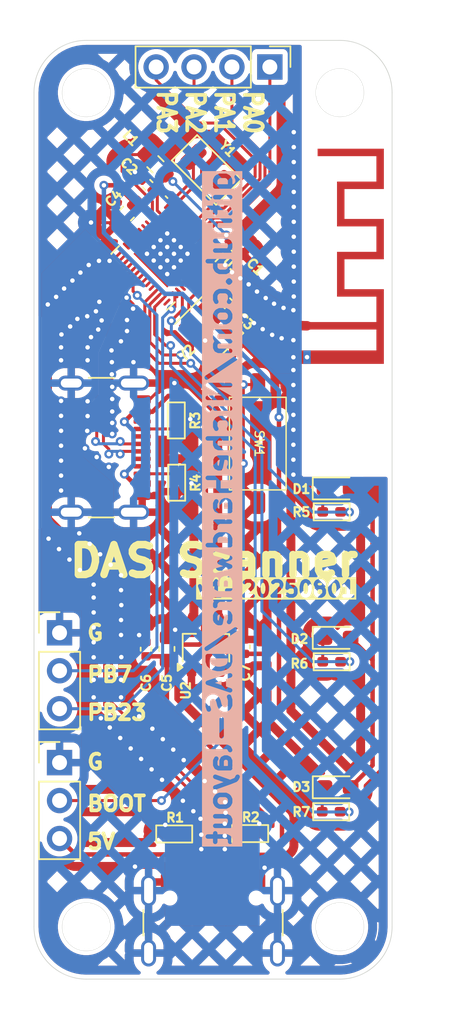
<source format=kicad_pcb>
(kicad_pcb (version 20241229) (generator "pcbnew") (generator_version "9.0")
  (layers (0 "F.Cu" signal) (2 "B.Cu" signal) (13 "F.Paste" user) (15 "B.Paste" user) (5 "F.SilkS" user "F.Silkscreen") (7 "B.SilkS" user "B.Silkscreen") (1 "F.Mask" user) (3 "B.Mask" user) (25 "Edge.Cuts" user))
  (net 0 "")
  (net 1 "GND")
  (net 2 "/VDCIA")
  (net 3 "Net-(U1-VINTA)")
  (net 4 "+3V3")
  (net 5 "+5V")
  (net 6 "Net-(D1-K)")
  (net 7 "Net-(D2-K)")
  (net 8 "Net-(D3-K)")
  (net 9 "/VSW")
  (net 10 "Net-(P1-VCONN)")
  (net 11 "/USBD-")
  (net 12 "/USBD+")
  (net 13 "Net-(P1-CC)")
  (net 14 "Net-(P2-VCONN)")
  (net 15 "/PROGD-")
  (net 16 "/PROGD+")
  (net 17 "Net-(P2-CC)")
  (net 18 "/LED3")
  (net 19 "/LED2")
  (net 20 "/LED1")
  (net 21 "/PB7")
  (net 25 "Net-(J1-Pin_2)")
  (net 27 "Net-(J1-Pin_1)")
  (net 29 "Net-(U1-X32K1)")
  (net 32 "/BOOT")
  (net 37 "Net-(U1-X32MO)")
  (net 40 "Net-(U1-X32K0)")
  (net 44 "/PB23")
  (net 48 "Net-(J1-Pin_3)")
  (net 49 "Net-(U1-X32MI)")
  (net 51 "Net-(J1-Pin_4)")
  (net 56 "Net-(J2-Pin_1)")
  (footprint "Capacitor_SMD:C_0603_1608Metric_Pad1.08x0.95mm_HandSolder" (layer "F.Cu") (at 94.234 71.591717 -135)
    (property "Reference" "C4")
    (property "Value" "2.2uF")
  )
  (footprint "PCM_Crystal_AKL:Crystal_SMD_3215-2Pin_3.2x1.5mm" (layer "F.Cu") (at 99.568 68.670717 -45)
    (property "Reference" "Y1")
    (property "Value" "32.768kHz" (hide yes))
  )
  (footprint "PCM_Resistor_SMD_AKL:R_0402_1005Metric_Pad0.72x0.64mm_HandSolder" (layer "F.Cu") (at 107.915 111.615)
    (property "Reference" "R7")
    (property "Value" "100R")
  )
  (footprint "Capacitor_SMD:C_0402_1005Metric_Pad0.74x0.62mm_HandSolder" (layer "F.Cu") (at 101.579717 73.893717 135)
    (property "Reference" "C1")
    (property "Value" "0.1uF/2.2uF")
  )
  (footprint "MountingHole:MountingHole_3.2mm_M3_DIN965" (layer "F.Cu") (at 108.499984 63.499999)
    (property "Reference" "H2" (hide yes))
    (property "Value" "M3 hole")
  )
  (footprint "xianii:QFN-48_EP_5x5_Pitch0.35mm" (layer "F.Cu") (at 96.928911 74.280115 -45)
    (property "Reference" "U1")
    (property "Value" "CH585M")
  )
  (footprint "Capacitor_SMD:C_0402_1005Metric_Pad0.74x0.62mm_HandSolder" (layer "F.Cu") (at 95.610717 69.666434 135)
    (property "Reference" "C2")
    (property "Value" "0.1uF/2.2uF")
  )
  (footprint "Package_TO_SOT_SMD:TSOT-23" (layer "F.Cu") (at 99.507 100.671 90)
    (property "Reference" "U2")
    (property "Value" "ME6210A33M3G")
  )
  (footprint "PCM_Resistor_SMD_AKL:R_0402_1005Metric_Pad0.72x0.64mm_HandSolder" (layer "F.Cu") (at 97.536 85.4323 90)
    (property "Reference" "R3")
    (property "Value" "5.1k")
  )
  (footprint "Connector_PinHeader_2.54mm:PinHeader_1x03_P2.54mm_Vertical" (layer "F.Cu") (at 89.7128 99.6442)
    (property "Reference" "J3" (hide yes))
    (property "Value" "LOG_PORT")
  )
  (footprint "Oscillator:Oscillator_SMD_EuroQuartz_XO32-4Pin_3.2x2.5mm" (layer "F.Cu") (at 99.682252 79.340668 -135)
    (property "Reference" "Y2")
    (property "Value" "Crystal_GND24_Small")
  )
  (footprint "Connector_USB:USB_C_Receptacle_GCT_USB4105-xx-A_16P_TopMnt_Horizontal" (layer "F.Cu") (at 91.57 87.253 -90)
    (property "Reference" "P2" (hide yes))
    (property "Value" "USB_C_Plug_USB2.0")
  )
  (footprint "PCM_Resistor_SMD_AKL:R_0402_1005Metric_Pad0.72x0.64mm_HandSolder" (layer "F.Cu") (at 107.9505 101.582)
    (property "Reference" "R6")
    (property "Value" "100R")
  )
  (footprint "LED_SMD:LED_0603_1608Metric_Pad1.05x0.95mm_HandSolder" (layer "F.Cu") (at 108.345 99.982)
    (property "Reference" "D2")
    (property "Value" "LED")
  )
  (footprint "Capacitor_SMD:C_0402_1005Metric_Pad0.74x0.62mm_HandSolder" (layer "F.Cu") (at 100.965 77.597 135)
    (property "Reference" "C3")
    (property "Value" "0.47uF")
  )
  (footprint "Connector_PinHeader_2.54mm:PinHeader_1x03_P2.54mm_Vertical" (layer "F.Cu") (at 89.7128 108.331)
    (property "Reference" "J4" (hide yes))
    (property "Value" "PWR_PORT")
  )
  (footprint "Connector_PinHeader_2.54mm:PinHeader_1x04_P2.54mm_Vertical" (layer "F.Cu") (at 103.806038 61.780025 -90)
    (property "Reference" "J1" (hide yes))
    (property "Value" "TETST_PORT")
  )
  (footprint "Capacitor_SMD:C_0402_1005Metric" (layer "F.Cu") (at 102.113 100.571 90)
    (property "Reference" "C7")
    (property "Value" "4.7uF")
  )
  (footprint "PCM_Resistor_SMD_AKL:R_0402_1005Metric_Pad0.72x0.64mm_HandSolder" (layer "F.Cu") (at 102.489 113.0808)
    (property "Reference" "R2")
    (property "Value" "5.1k")
  )
  (footprint "RF_Antenna:Texas_SWRA117D_2.4GHz_Left" (layer "F.Cu") (at 106.299 79.099 -90)
    (property "Reference" "J2" (hide yes))
    (property "Value" "ANT")
  )
  (footprint "Capacitor_SMD:C_0402_1005Metric" (layer "F.Cu") (at 95.509 100.739 90)
    (property "Reference" "C6")
    (property "Value" "1uF/16V")
  )
  (footprint "LED_SMD:LED_0603_1608Metric_Pad1.05x0.95mm_HandSolder" (layer "F.Cu") (at 108.345 89.982)
    (property "Reference" "D1")
    (property "Value" "LED")
  )
  (footprint "Resistor_SMD:R_0603_1608Metric_Pad0.98x0.95mm_HandSolder" (layer "F.Cu") (at 96.139 68.289717 -45)
    (property "Reference" "L1")
    (property "Value" "0R/10uH")
  )
  (footprint "PCM_Resistor_SMD_AKL:R_0402_1005Metric_Pad0.72x0.64mm_HandSolder" (layer "F.Cu") (at 97.5614 89.5991 -90)
    (property "Reference" "R4")
    (property "Value" "5.1k")
  )
  (footprint "Capacitor_SMD:C_0603_1608Metric" (layer "F.Cu") (at 96.906 100.724 90)
    (property "Reference" "C5")
    (property "Value" "10uF/16V")
  )
  (footprint "xianii:EL3625" (layer "F.Cu") (at 104.897 83.882 -90)
    (property "Reference" "SW1")
    (property "Value" "SW_Push")
  )
  (footprint "LED_SMD:LED_0603_1608Metric_Pad1.05x0.95mm_HandSolder" (layer "F.Cu") (at 108.345 109.982)
    (property "Reference" "D3")
    (property "Value" "LED")
  )
  (footprint "PCM_Resistor_SMD_AKL:R_0402_1005Metric_Pad0.72x0.64mm_HandSolder" (layer "F.Cu") (at 107.9505 91.549)
    (property "Reference" "R5")
    (property "Value" "100R")
  )
  (footprint "Connector_USB:USB_C_Receptacle_GCT_USB4105-xx-A_16P_TopMnt_Horizontal" (layer "F.Cu") (at 100 120)
    (property "Reference" "P1" (hide yes))
    (property "Value" "USB_C_Plug_USB2.0")
  )
  (footprint "PCM_Resistor_SMD_AKL:R_0402_1005Metric_Pad0.72x0.64mm_HandSolder" (layer "F.Cu") (at 97.3969 113.1062 180)
    (property "Reference" "R1")
    (property "Value" "5.1k")
  )
  (footprint "MountingHole:MountingHole_3.2mm_M3_DIN965" (layer "F.Cu") (at 91.499999 119.318115)
    (property "Reference" "H4" (hide yes))
    (property "Value" "M3 hole")
  )
  (footprint "MountingHole:MountingHole_3.2mm_M3_DIN965" (layer "F.Cu") (at 91.5 63.5)
    (property "Reference" "H1" (hide yes))
    (property "Value" "M3 hole")
  )
  (footprint "MountingHole:MountingHole_3.2mm_M3_DIN965" (layer "F.Cu") (at 108.499984 119.318115)
    (property "Reference" "H3" (hide yes))
    (property "Value" "M3 hole")
  )
  (gr_poly (pts (xy 96.8756 71.7296) (xy 94.5642 74.041) (xy 96.9772 76.454) (xy 97.3836 76.454) (xy 99.4918 74.3458)) (fill yes) (layer "B.Cu") (net 1))
  (gr_line (start 91.5 122.818131) (end 108.499983 122.818131) (stroke (width 0.05)) (layer "Edge.Cuts"))
  (gr_circle (center 108.5 63.5) (end 110.1 63.5) (stroke (width 0.05)) (fill no) (layer "Edge.Cuts"))
  (gr_line (start 112 63.5) (end 112 119.318114) (stroke (width 0.05)) (layer "Edge.Cuts"))
  (gr_line (start 87.999983 63.5) (end 87.999983 119.327999) (stroke (width 0.05)) (layer "Edge.Cuts"))
  (gr_arc (start 108.499983 59.999983) (mid 110.974869 61.025114) (end 112 63.5) (stroke (width 0.05)) (layer "Edge.Cuts"))
  (gr_circle (center 108.5 119.3181) (end 110.1 119.3181) (stroke (width 0.05)) (fill no) (layer "Edge.Cuts"))
  (gr_circle (center 91.5 119.3181) (end 93.1 119.3181) (stroke (width 0.05)) (fill no) (layer "Edge.Cuts"))
  (gr_line (start 108.499983 59.999983) (end 91.5 59.999983) (stroke (width 0.05)) (layer "Edge.Cuts"))
  (gr_arc (start 91.5 122.818131) (mid 89.025114 121.793) (end 87.999983 119.318114) (stroke (width 0.05)) (layer "Edge.Cuts"))
  (gr_arc (start 112 119.318114) (mid 110.974869 121.793) (end 108.499983 122.818131) (stroke (width 0.05)) (layer "Edge.Cuts"))
  (gr_arc (start 87.999983 63.5) (mid 89.025114 61.025114) (end 91.5 59.999983) (stroke (width 0.05)) (layer "Edge.Cuts"))
  (gr_circle (center 91.5 63.5) (end 93.1 63.5) (stroke (width 0.05)) (fill no) (layer "Edge.Cuts"))
  (gr_text "G" (at 91.44 107.696 0) (layer "F.SilkS") (effects (font (size 1 1) (thickness 0.25) (bold yes)) (justify left top)))
  (gr_text "PA0\nPA1\nPA2\nPA3" (at 103.378 63.246 270) (layer "F.SilkS") (effects (font (size 1.2 1) (thickness 0.25) (bold yes)) (justify left top)))
  (gr_text "PB23" (at 91.44 104.394 0) (layer "F.SilkS") (effects (font (size 1 1) (thickness 0.25) (bold yes)) (justify left top)))
  (gr_text "DAS Scanner" (at 90.17 96.012 0) (layer "F.SilkS") (effects (font (size 2 2) (thickness 0.5) (bold yes)) (justify left bottom)))
  (gr_text "BOOT" (at 91.44 110.49 0) (layer "F.SilkS") (effects (font (size 1 1) (thickness 0.25) (bold yes)) (justify left top)))
  (gr_text "v1-20250801" (at 98.806 96.139 0) (layer "F.SilkS" knockout) (effects (font (size 1 1) (thickness 0.25) (bold yes)) (justify left top)))
  (gr_text "5V" (at 91.44 113.03 0) (layer "F.SilkS") (effects (font (size 1 1) (thickness 0.25) (bold yes)) (justify left top)))
  (gr_text "PB7" (at 91.44 101.854 0) (layer "F.SilkS") (effects (font (size 1 1) (thickness 0.25) (bold yes)) (justify left top)))
  (gr_text "G" (at 91.44 99.06 0) (layer "F.SilkS") (effects (font (size 1 1) (thickness 0.25) (bold yes)) (justify left top)))
  (gr_text "github.com/NicheHardware/DAS-layout" (at 101.346 68.58 90) (layer "B.SilkS" knockout) (effects (font (size 1.5 1.5) (thickness 0.3) (bold yes)) (justify left bottom mirror)))
  (segment (start 94.6404 78.3082) (end 94.234 78.7146) (width 0.2) (layer "F.Cu") (net 1))
  (segment (start 96.255 116.32) (end 95.68 116.895) (width 0.3) (layer "F.Cu") (net 1))
  (segment (start 97.407 82.933) (end 97.409 82.931) (width 0.3) (layer "F.Cu") (net 1))
  (segment (start 95.25 84.053) (end 95.7282 84.053) (width 0.2) (layer "F.Cu") (net 1))
  (segment (start 106.299 81.199) (end 105.3894 81.199) (width 0.9) (layer "F.Cu") (net 1))
  (segment (start 94.7674 115.2906) (end 96.2406 115.2906) (width 0.3) (layer "F.Cu") (net 1))
  (segment (start 93.218 86.3092) (end 93.2434 86.3346) (width 0.2) (layer "F.Cu") (net 1))
  (segment (start 95.7282 84.053) (end 96.8502 82.931) (width 0.2) (layer "F.Cu") (net 1))
  (segment (start 96.2406 115.2906) (end 96.8 115.85) (width 0.3) (layer "F.Cu") (net 1))
  (segment (start 99.47012 78.03252) (end 99.4664 78.03624) (width 0.3) (layer "F.Cu") (net 1))
  (segment (start 103.2 115.621) (end 103.4542 115.3668) (width 0.3) (layer "F.Cu") (net 1))
  (segment (start 99.4664 80.220832) (end 99.894384 80.648816) (width 0.3) (layer "F.Cu") (net 1))
  (segment (start 94.6404 77.9526) (end 94.6404 78.3082) (width 0.2) (layer "F.Cu") (net 1))
  (segment (start 94.6404 77.6478) (end 94.6404 77.9526) (width 0.2) (layer "F.Cu") (net 1))
  (segment (start 94.675 81.5432) (end 94.6658 81.534) (width 0.3) (layer "F.Cu") (net 1))
  (segment (start 92.1512 78.1304) (end 92.3798 77.9018) (width 0.2) (layer "F.Cu") (net 1))
  (segment (start 97.5614 90.1966) (end 97.992 90.1966) (width 0.3) (layer "F.Cu") (net 1))
  (segment (start 95.209434 69.250634) (end 94.7674 68.8086) (width 0.2) (layer "F.Cu") (net 1))
  (segment (start 96.8 116.32) (end 96.255 116.32) (width 0.3) (layer "F.Cu") (net 1))
  (segment (start 101.366283 77.998283) (end 101.8032 78.4352) (width 0.3) (layer "F.Cu") (net 1))
  (segment (start 93.218 82.3468) (end 93.218 86.3092) (width 0.2) (layer "F.Cu") (net 1))
  (segment (start 94.2086 77.216) (end 94.6404 77.6478) (width 0.2) (layer "F.Cu") (net 1))
  (segment (start 94.675 82.933) (end 94.675 81.5432) (width 0.3) (layer "F.Cu") (net 1))
  (segment (start 103.2 116.32) (end 103.2 115.621) (width 0.3) (layer "F.Cu") (net 1))
  (segment (start 97.992 90.1966) (end 98.552 89.6366) (width 0.3) (layer "F.Cu") (net 1))
  (segment (start 97.9666 84.8348) (end 98.4758 85.344) (width 0.3) (layer "F.Cu") (net 1))
  (segment (start 92.3798 77.9018) (end 92.3798 77.4954) (width 0.2) (layer "F.Cu") (net 1))
  (segment (start 96.8502 82.931) (end 97.409 82.931) (width 0.2) (layer "F.Cu") (net 1))
  (segment (start 95.209434 69.265151) (end 95.209434 69.250634) (width 0.2) (layer "F.Cu") (net 1))
  (segment (start 91.835797 72.201597) (end 91.821 72.1868) (width 0.2) (layer "F.Cu") (net 1))
  (segment (start 103.0865 113.0808) (end 103.0865 112.4325) (width 0.3) (layer "F.Cu") (net 1))
  (segment (start 99.4664 80.0862) (end 99.4664 80.220832) (width 0.3) (layer "F.Cu") (net 1))
  (segment (start 95.509 100.259) (end 95.509 100.2588) (width 0.3) (layer "F.Cu") (net 1))
  (segment (start 105.3894 81.199) (end 105.3846 81.2038) (width 0.5) (layer "F.Cu") (net 1))
  (segment (start 94.675 82.933) (end 97.407 82.933) (width 0.3) (layer "F.Cu") (net 1))
  (segment (start 96.9518 99.949) (end 97.4598 99.441) (width 0.3) (layer "F.Cu") (net 1))
  (segment (start 95.509 100.2588) (end 95.0468 99.7966) (width 0.3) (layer "F.Cu") (net 1))
  (segment (start 97.536 84.8348) (end 97.9666 84.8348) (width 0.3) (layer "F.Cu") (net 1))
  (segment (start 96.7994 113.1062) (end 96.7994 112.4966) (width 0.3) (layer "F.Cu") (net 1))
  (segment (start 101.8032 78.4352) (end 102.1334 78.4352) (width 0.3) (layer "F.Cu") (net 1))
  (segment (start 103.0865 112.4325) (end 103.0986 112.4204) (width 0.3) (layer "F.Cu") (net 1))
  (segment (start 96.906 99.949) (end 96.9518 99.949) (width 0.3) (layer "F.Cu") (net 1))
  (segment (start 96.8 115.85) (end 96.8 116.32) (width 0.3) (layer "F.Cu") (net 1))
  (segment (start 99.4664 78.03624) (end 99.4664 80.0862) (width 0.3) (layer "F.Cu") (net 1))
  (segment (start 93.62412 72.201597) (end 91.835797 72.201597) (width 0.2) (layer "F.Cu") (net 1))
  (via (at 94.4798 107.383) (size 0.6) (drill 0.3) (layers "F.Cu" "B.Cu") (net 1))
  (via (at 90.424 79.1464) (size 0.6) (drill 0.3) (layers "F.Cu" "B.Cu") (net 1))
  (via (at 103.4542 115.3668) (size 0.6) (drill 0.3) (layers "F.Cu" "B.Cu") (net 1))
  (via (at 93.8336 95.7894) (size 0.6) (drill 0.3) (layers "F.Cu" "B.Cu") (net 1))
  (via (at 90.0176 76.6064) (size 0.6) (drill 0.3) (layers "F.Cu" "B.Cu") (net 1))
  (via (at 94.7674 115.2906) (size 0.6) (drill 0.3) (layers "F.Cu" "B.Cu") (net 1))
  (via (at 89.8398 79.6798) (size 0.6) (drill 0.3) (layers "F.Cu" "B.Cu") (net 1))
  (via (at 93.218 81.534) (size 0.6) (drill 0.3) (layers "F.Cu" "B.Cu") (net 1))
  (via (at 105.41 73.1416) (size 0.6) (drill 0.3) (layers "F.Cu" "B.Cu") (net 1))
  (via (at 95.9336 106.0622) (size 0.6) (drill 0.3) (layers "F.Cu" "B.Cu") (net 1))
  (via (at 92.4814 105.3592) (size 0.6) (drill 0.3) (layers "F.Cu" "B.Cu") (net 1))
  (via (at 101.8286 75.9206) (size 0.6) (drill 0.3) (layers "F.Cu" "B.Cu") (net 1))
  (via (at 91.6686 75.0316) (size 0.6) (drill 0.3) (layers "F.Cu" "B.Cu") (net 1))
  (via (at 93.8276 80.137) (size 0.6) (drill 0.3) (layers "F.Cu" "B.Cu") (net 1))
  (via (at 105.3846 86.0608) (size 0.6) (drill 0.3) (layers "F.Cu" "B.Cu") (net 1))
  (via (at 105.41 69.1416) (size 0.6) (drill 0.3) (layers "F.Cu" "B.Cu") (net 1))
  (via (at 89.8144 86.1248) (size 0.6) (drill 0.3) (layers "F.Cu" "B.Cu") (net 1))
  (via (at 97.409 82.931) (size 0.6) (drill 0.3) (layers "F.Cu" "B.Cu") (net 1))
  (via (at 93.7798 106.683) (size 0.6) (drill 0.3) (layers "F.Cu" "B.Cu") (net 1))
  (via (at 89.8144 84.1248) (size 0.6) (drill 0.3) (layers "F.Cu" "B.Cu") (net 1))
  (via (at 92.5322 78.74) (size 0.6) (drill 0.3) (layers "F.Cu" "B.Cu") (net 1))
  (via (at 91.821 72.1868) (size 0.6) (drill 0.3) (layers "F.Cu" "B.Cu") (net 1))
  (via (at 91.9988 99.283) (size 0.6) (drill 0.3) (layers "F.Cu" "B.Cu") (net 1))
  (via (at 91.9988 101.283) (size 0.6) (drill 0.3) (layers "F.Cu" "B.Cu") (net 1))
  (via (at 99.2124 114.1222) (size 0.6) (drill 0.3) (layers "F.Cu" "B.Cu") (net 1))
  (via (at 92.3798 77.4954) (size 0.6) (drill 0.3) (layers "F.Cu" "B.Cu") (net 1))
  (via (at 100.7872 114.1222) (size 0.6) (drill 0.3) (layers "F.Cu" "B.Cu") (net 1))
  (via (at 99.1616 112.0902) (size 0.6) (drill 0.3) (layers "F.Cu" "B.Cu") (net 1))
  (via (at 101.2698 75.5142) (size 0.6) (drill 0.3) (layers "F.Cu" "B.Cu") (net 1))
  (via (at 93.1926 80.7466) (size 0.6) (drill 0.3) (layers "F.Cu" "B.Cu") (net 1))
  (via (at 94.7674 68.8086) (size 0.6) (drill 0.3) (layers "F.Cu" "B.Cu") (net 1))
  (via (at 90.5764 76.073) (size 0.6) (drill 0.3) (layers "F.Cu" "B.Cu") (net 1))
  (via (at 93.2434 84.836) (size 0.6) (drill 0.3) (layers "F.Cu" "B.Cu") (net 1))
  (via (at 99.4336 109.5622) (size 0.6) (drill 0.3) (layers "F.Cu" "B.Cu") (net 1))
  (via (at 89.6762 94.045) (size 0.6) (drill 0.3) (layers "F.Cu" "B.Cu") (net 1))
  (via (at 93.2434 83.9978) (size 0.6) (drill 0.3) (layers "F.Cu" "B.Cu") (net 1))
  (via (at 92.3544 74.7522) (size 0.6) (drill 0.3) (layers "F.Cu" "B.Cu") (net 1))
  (via (at 93.0148 88.5444) (size 0.6) (drill 0.3) (layers "F.Cu" "B.Cu") (net 1))
  (via (at 105.41 75.1416) (size 0.6) (drill 0.3) (layers "F.Cu" "B.Cu") (net 1))
  (via (at 93.0656 74.7522) (size 0.6) (drill 0.3) (layers "F.Cu" "B.Cu") (net 1))
  (via (at 105.41 74.1416) (size 0.6) (drill 0.3) (layers "F.Cu" "B.Cu") (net 1))
  (via (at 90.9066 78.6384) (size 0.6) (drill 0.3) (layers "F.Cu" "B.Cu") (net 1))
  (via (at 90.3762 94.745) (size 0.6) (drill 0.3) (layers "F.Cu" "B.Cu") (net 1))
  (via (at 89.8144 88.1248) (size 0.6) (drill 0.3) (layers "F.Cu" "B.Cu") (net 1))
  (via (at 105.41 68.1416) (size 0.6) (drill 0.3) (layers "F.Cu" "B.Cu") (net 1))
  (via (at 98.0336 108.1622) (size 0.6) (drill 0.3) (layers "F.Cu" "B.Cu") (net 1))
  (via (at 102.9462 76.8096) (size 0.6) (drill 0.3) (layers "F.Cu" "B.Cu") (net 1))
  (via (at 102.743 78.9178) (size 0.6) (drill 0.3) (layers "F.Cu" "B.Cu") (net 1))
  (via (at 94.234 78.7146) (size 0.6) (drill 0.3) (layers "F.Cu" "B.Cu") (net 1))
  (via (at 88.9762 93.345) (size 0.6) (drill 0.3) (layers "F.Cu" "B.Cu") (net 1))
  (via (at 97.9798 110.883) (size 0.6) (drill 0.3) (layers "F.Cu" "B.Cu") (net 1))
  (via (at 94.234 79.4512) (size 0.6) (drill 0.3) (layers "F.Cu" "B.Cu") (net 1))
  (via (at 105.41 70.1416) (size 0.6) (drill 0.3) (layers "F.Cu" "B.Cu") (net 1))
  (via (at 98.4758 85.344) (size 0.6) (drill 0.3) (layers "F.Cu" "B.Cu") (net 1))
  (via (at 103.5304 77.2414) (size 0.6) (drill 0.3) (layers "F.Cu" "B.Cu") (net 1))
  (via (at 93.1336 95.0894) (size 0.6) (drill 0.3) (layers "F.Cu" "B.Cu") (net 1))
  (via (at 89.8144 87.1248) (size 0.6) (drill 0.3) (layers "F.Cu" "B.Cu") (net 1))
  (via (at 88.9254 77.6732) (size 0.6) (drill 0.3) (layers "F.Cu" "B.Cu") (net 1))
  (via (at 97.3336 107.4622) (size 0.6) (drill 0.3) (layers "F.Cu" "B.Cu") (net 1))
  (via (at 94.6658 81.534) (size 0.6) (drill 0.3) (layers "F.Cu" "B.Cu") (net 1))
  (via (at 89.8144 89.1248) (size 0.6) (drill 0.3) (layers "F.Cu" "B.Cu") (net 1))
  (via (at 91.567 86.1314) (size 0.6) (drill 0.3) (layers "F.Cu" "B.Cu") (net 1))
  (via (at 89.8144 90.1248) (size 0.6) (drill 0.3) (layers "F.Cu" "B.Cu") (net 1))
  (via (at 95.0468 105.2322) (size 0.6) (drill 0.3) (layers "F.Cu" "B.Cu") (net 1))
  (via (at 105.3846 85.0608) (size 0.6) (drill 0.3) (layers "F.Cu" "B.Cu") (net 1))
  (via (at 98.552 89.6366) (size 0.6) (drill 0.3) (layers "F.Cu" "B.Cu") (net 1))
  (via (at 95.8798 108.783) (size 0.6) (drill 0.3) (layers "F.Cu" "B.Cu") (net 1))
  (via (at 93.8336 99.7894) (size 0.6) (drill 0.3) (layers "F.Cu" "B.Cu") (net 1))
  (via (at 105.3846 89.0608) (size 0.6) (drill 0.3) (layers "F.Cu" "B.Cu") (net 1))
  (via (at 91.0762 95.445) (size 0.6) (drill 0.3) (layers "F.Cu" "B.Cu") (net 1))
  (via (at 89.8144 80.5434) (size 0.6) (drill 0.3) (layers "F.Cu" "B.Cu") (net 1))
  (via (at 93.853 97.79) (size 0.6) (drill 0.3) (layers "F.Cu" "B.Cu") (net 1))
  (via (at 99.4664 80.0862) (size 0.6) (drill 0.3) (layers "F.Cu" "B.Cu") (net 1))
  (via (at 105.41 76.1416) (size 0.6) (drill 0.3) (layers "F.Cu" "B.Cu") (net 1))
  (via (at 91.4146 87.2998) (size 0.6) (drill 0.3) (layers "F.Cu" "B.Cu") (net 1))
  (via (at 89.4842 77.1652) (size 0.6) (drill 0.3) (layers "F.Cu" "B.Cu") (net 1))
  (via (at 92.4336 94.3894) (size 0.6) (drill 0.3) (layers "F.Cu" "B.Cu") (net 1))
  (via (at 91.1098 75.5396) (size 0.6) (drill 0.3) (layers "F.Cu" "B.Cu") (net 1))
  (via (at 95.0468 99.7966) (size 0.6) (drill 0.3) (layers "F.Cu" "B.Cu") (net 1))
  (via (at 104.7242 77.9018) (size 0.6) (drill 0.3) (layers "F.Cu" "B.Cu") (net 1))
  (via (at 96.5798 109.483) (size 0.6) (drill 0.3) (layers "F.Cu" "B.Cu") (net 1))
  (via (at 105.3846 88.0608) (size 0.6) (drill 0.3) (layers "F.Cu" "B.Cu") (net 1))
  (via (at 105.3846 80.0608) (size 0.6) (drill 0.3) (layers "F.Cu" "B.Cu") (net 1))
  (via (at 97.4598 99.441) (size 0.6) (drill 0.3) (layers "F.Cu" "B.Cu") (net 1))
  (via (at 91.9988 102.7938) (size 0.6) (drill 0.3) (layers "F.Cu" "B.Cu") (net 1))
  (via (at 105.41 71.1416) (size 0.6) (drill 0.3) (layers "F.Cu" "B.Cu") (net 1))
  (via (at 93.8336 103.9622) (size 0.6) (drill 0.3) (layers "F.Cu" "B.Cu") (net 1))
  (via (at 95.1798 108.083) (size 0.6) (drill 0.3) (layers "F.Cu" "B.Cu") (net 1))
  (via (at 91.0336 92.9894) (size 0.6) (drill 0.3) (layers "F.Cu" "B.Cu") (net 1))
  (via (at 92.1512 78.1304) (size 0.6) (drill 0.3) (layers "F.Cu" "B.Cu") (net 1))
  (via (at 96.6336 106.7622) (size 0.6) (drill 0.3) (layers "F.Cu" "B.Cu") (net 1))
  (via (at 91.9988 103.9622) (size 0.6) (drill 0.3) (layers "F.Cu" "B.Cu") (net 1))
  (via (at 93.8336 96.7894) (size 0.6) (drill 0.3) (layers "F.Cu" "B.Cu") (net 1))
  (via (at 103.9622 79.7052) (size 0.6) (drill 0.3) (layers "F.Cu" "B.Cu") (net 1))
  (via (at 102.1334 78.4352) (size 0.6) (drill 0.3) (layers "F.Cu" "B.Cu") (net 1))
  (via (at 105.41 66.1416) (size 0.6) (drill 0.3) (layers "F.Cu" "B.Cu") (net 1))
  (via (at 98.6798 111.583) (size 0.6) (drill 0.3) (layers "F.Cu" "B.Cu") (net 1))
  (via (at 93.2434 83.185) (size 0.6) (drill 0.3) (layers "F.Cu" "B.Cu") (net 1))
  (via (at 100.7872 112.4204) (size 0.6) (drill 0.3) (layers "F.Cu" "B.Cu") (net 1))
  (via (at 105.3846 82.0608) (size 0.6) (drill 0.3) (layers "F.Cu" "B.Cu") (net 1))
  (via (at 91.5924 85.1408) (size 0.6) (drill 0.3) (layers "F.Cu" "B.Cu") (net 1))
  (via (at 105.41 77.1416) (size 0.6) (drill 0.3) (layers "F.Cu" "B.Cu") (net 1))
  (via (at 105.3846 83.0608) (size 0.6) (drill 0.3) (layers "F.Cu" "B.Cu") (net 1))
  (via (at 94.2086 77.216) (size 0.6) (drill 0.3) (layers "F.Cu" "B.Cu") (net 1))
  (via (at 91.5924 81.407) (size 0.6) (drill 0.3) (layers "F.Cu" "B.Cu") (net 1))
  (via (at 93.2434 85.598) (size 0.6) (drill 0.3) (layers "F.Cu" "B.Cu") (net 1))
  (via (at 93.218 82.3468) (size 0.6) (drill 0.3) (layers "F.Cu" "B.Cu") (net 1))
  (via (at 91.9988 100.2792) (size 0.6) (drill 0.3) (layers "F.Cu" "B.Cu") (net 1))
  (via (at 93.8336 102.7894) (size 0.6) (drill 0.3) (layers "F.Cu" "B.Cu") (net 1))
  (via (at 93.2434 86.3346) (size 0.6) (drill 0.3) (layers "F.Cu" "B.Cu") (net 1))
  (via (at 105.3846 81.2038) (size 0.6) (drill 0.3) (layers "F.Cu" "B.Cu") (net 1))
  (via (at 93.0798 105.983) (size 0.6) (drill 0.3) (layers "F.Cu" "B.Cu") (net 1))
  (via (at 91.821 79.8576) (size 0.6) (drill 0.3) (layers "F.Cu" "B.Cu") (net 1))
  (via (at 93.853 101.2698) (size 0.6) (drill 0.3) (layers "F.Cu" "B.Cu") (net 1))
  (via (at 103.3272 79.3242) (size 0.6) (drill 0.3) (layers "F.Cu" "B.Cu") (net 1))
  (via (at 100.1336 110.2622) (size 0.6) (drill 0.3) (layers "F.Cu" "B.Cu") (net 1))
  (via (at 96.7994 112.4966) (size 0.6) (drill 0.3) (layers "F.Cu" "B.Cu") (net 1))
  (via (at 91.5924 84.1502) (size 0.6) (drill 0.3) (layers "F.Cu" "B.Cu") (net 1))
  (via (at 102.3874 76.327) (size 0.6) (drill 0.3) (layers "F.Cu" "B.Cu") (net 1))
  (via (at 100.8126 75.0316) (size 0.6) (drill 0.3) (layers "F.Cu" "B.Cu") (net 1))
  (via (at 104.5972 79.9338) (size 0.6) (drill 0.3) (layers "F.Cu" "B.Cu") (net 1))
  (via (at 89.8144 85.1248) (size 0.6) (drill 0.3) (layers "F.Cu" "B.Cu") (net 1))
  (via (at 91.5924 80.5434) (size 0.6) (drill 0.3) (layers "F.Cu" "B.Cu") (net 1))
  (via (at 99.2124 113.157) (size 0.6) (drill 0.3) (layers "F.Cu" "B.Cu") (net 1))
  (via (at 94.6404 77.9526) (size 0.6) (drill 0.3) (layers "F.Cu" "B.Cu") (net 1))
  (via (at 91.9988 97.283) (size 0.6) (drill 0.3) (layers "F.Cu" "B.Cu") (net 1))
  (via (at 100.8126 110.9726) (size 0.6) (drill 0.3) (layers "F.Cu" "B.Cu") (net 1))
  (via (at 105.41 72.1416) (size 0.6) (drill 0.3) (layers "F.Cu" "B.Cu") (net 1))
  (via (at 103.0986 112.4204) (size 0.6) (drill 0.3) (layers "F.Cu" "B.Cu") (net 1))
  (via (at 92.202 87.884) (size 0.6) (drill 0.3) (layers "F.Cu" "B.Cu") (net 1))
  (via (at 89.8144 81.407) (size 0.6) (drill 0.3) (layers "F.Cu" "B.Cu") (net 1))
  (via (at 91.9988 98.283) (size 0.6) (drill 0.3) (layers "F.Cu" "B.Cu") (net 1))
  (via (at 93.8336 98.7894) (size 0.6) (drill 0.3) (layers "F.Cu" "B.Cu") (net 1))
  (via (at 104.0892 77.6224) (size 0.6) (drill 0.3) (layers "F.Cu" "B.Cu") (net 1))
  (via (at 91.7336 93.6894) (size 0.6) (drill 0.3) (layers "F.Cu" "B.Cu") (net 1))
  (via (at 92.3036 79.3496) (size 0.6) (drill 0.3) (layers "F.Cu" "B.Cu") (net 1))
  (via (at 105.3846 78.0542) (size 0.6) (drill 0.3) (layers "F.Cu" "B.Cu") (net 1))
  (via (at 91.567 78.4606) (size 0.6) (drill 0.3) (layers "F.Cu" "B.Cu") (net 1))
  (via (at 100.838 111.6838) (size 0.6) (drill 0.3) (layers "F.Cu" "B.Cu") (net 1))
  (via (at 105.3846 84.0608) (size 0.6) (drill 0.3) (layers "F.Cu" "B.Cu") (net 1))
  (via (at 105.3846 87.0608) (size 0.6) (drill 0.3) (layers "F.Cu" "B.Cu") (net 1))
  (via (at 105.41 67.1416) (size 0.6) (drill 0.3) (layers "F.Cu" "B.Cu") (net 1))
  (via (at 100.7872 113.2332) (size 0.6) (drill 0.3) (layers "F.Cu" "B.Cu") (net 1))
  (via (at 91.9988 96.4184) (size 0.6) (drill 0.3) (layers "F.Cu" "B.Cu") (net 1))
  (segment (start 100.408431 74.262437) (end 101.178434 73.492434) (width 0.2) (layer "F.Cu") (net 2))
  (segment (start 96.784235 68.934952) (end 97.292883 69.4436) (width 0.2) (layer "F.Cu") (net 2))
  (segment (start 100.8888 73.2028) (end 101.178434 73.492434) (width 0.2) (layer "F.Cu") (net 2))
  (segment (start 96.416259 71.540076) (end 96.266 71.389817) (width 0.2) (layer "F.Cu") (net 2))
  (segment (start 96.784235 68.934952) (end 96.784235 69.295482) (width 0.2) (layer "F.Cu") (net 2))
  (segment (start 96.784235 69.295482) (end 96.012 70.067717) (width 0.2) (layer "F.Cu") (net 2))
  (segment (start 96.266 70.321717) (end 96.012 70.067717) (width 0.2) (layer "F.Cu") (net 2))
  (segment (start 100.163925 74.262437) (end 100.408431 74.262437) (width 0.2) (layer "F.Cu") (net 2))
  (segment (start 100.8888 73.025) (end 100.8888 73.2028) (width 0.2) (layer "F.Cu") (net 2))
  (segment (start 96.266 71.389817) (end 96.266 70.321717) (width 0.2) (layer "F.Cu") (net 2))
  (segment (start 97.292883 69.4436) (end 97.3074 69.4436) (width 0.2) (layer "F.Cu") (net 2))
  (via (at 100.8888 73.025) (size 0.6) (drill 0.3) (layers "F.Cu" "B.Cu") (net 2))
  (via (at 97.3074 69.4436) (size 0.6) (drill 0.3) (layers "F.Cu" "B.Cu") (net 2))
  (segment (start 97.3074 69.4436) (end 100.8888 73.025) (width 0.2) (layer "B.Cu") (net 2))
  (segment (start 99.949 75.567793) (end 99.949 76.581) (width 0.2) (layer "F.Cu") (net 3))
  (segment (start 99.949 76.581) (end 100.563717 77.195717) (width 0.2) (layer "F.Cu") (net 3))
  (segment (start 99.421462 75.040255) (end 99.949 75.567793) (width 0.2) (layer "F.Cu") (net 3))
  (segment (start 94.84388 70.981837) (end 94.86807 70.981837) (width 0.2) (layer "F.Cu") (net 4))
  (segment (start 110.6932 101.8794) (end 110.6932 101.473) (width 0.3) (layer "F.Cu") (net 4))
  (segment (start 109.22 109.982) (end 110.6932 108.5088) (width 0.3) (layer "F.Cu") (net 4))
  (segment (start 104.4194 105.1814) (end 109.22 109.982) (width 0.3) (layer "F.Cu") (net 4))
  (segment (start 101.183 101.981) (end 102.113 101.051) (width 0.3) (layer "F.Cu") (net 4))
  (segment (start 103.5968 101.051) (end 102.113 101.051) (width 0.3) (layer "F.Cu") (net 4))
  (segment (start 104.4194 100.2284) (end 103.5968 101.051) (width 0.3) (layer "F.Cu") (net 4))
  (segment (start 94.86807 70.981837) (end 95.921284 72.035051) (width 0.2) (layer "F.Cu") (net 4))
  (segment (start 94.84388 70.981837) (end 93.559643 69.6976) (width 0.3) (layer "F.Cu") (net 4))
  (segment (start 109.22 99.9998) (end 110.6932 101.473) (width 0.3) (layer "F.Cu") (net 4))
  (segment (start 100.457 101.981) (end 101.183 101.981) (width 0.3) (layer "F.Cu") (net 4))
  (segment (start 110.6932 91.4552) (end 109.22 89.982) (width 0.3) (layer "F.Cu") (net 4))
  (segment (start 110.6932 108.5088) (end 110.6932 101.8794) (width 0.3) (layer "F.Cu") (net 4))
  (segment (start 93.559643 69.6976) (end 92.6846 69.6976) (width 0.3) (layer "F.Cu") (net 4))
  (segment (start 104.4194 100.2284) (end 104.4194 105.1814) (width 0.3) (layer "F.Cu") (net 4))
  (segment (start 110.6932 101.473) (end 110.6932 91.4552) (width 0.3) (layer "F.Cu") (net 4))
  (segment (start 104.4194 85.217) (end 104.4194 100.2284) (width 0.3) (layer "F.Cu") (net 4))
  (segment (start 109.22 99.982) (end 109.22 99.9998) (width 0.3) (layer "F.Cu") (net 4))
  (via (at 104.4194 85.217) (size 0.6) (drill 0.3) (layers "F.Cu" "B.Cu") (net 4))
  (via (at 92.6846 69.6976) (size 0.6) (drill 0.3) (layers "F.Cu" "B.Cu") (net 4))
  (segment (start 97.9424 76.962) (end 96.774 76.962) (width 0.3) (layer "B.Cu") (net 4))
  (segment (start 104.4194 83.439) (end 97.9424 76.962) (width 0.3) (layer "B.Cu") (net 4))
  (segment (start 92.6846 72.8726) (end 92.6846 69.6976) (width 0.3) (layer "B.Cu") (net 4))
  (segment (start 96.774 76.962) (end 92.6846 72.8726) (width 0.3) (layer "B.Cu") (net 4))
  (segment (start 104.4194 85.217) (end 104.4194 83.439) (width 0.3) (layer "B.Cu") (net 4))
  (segment (start 90.7796 114.4778) (end 89.7128 113.411) (width 0.3) (layer "F.Cu") (net 5))
  (segment (start 96.9772 114.4778) (end 90.7796 114.4778) (width 0.3) (layer "F.Cu") (net 5))
  (segment (start 98.0948 83.7946) (end 99.5172 85.217) (width 0.3) (layer "F.Cu") (net 5))
  (segment (start 102.4 115.1256) (end 103.0224 114.5032) (width 0.3) (layer "F.Cu") (net 5))
  (segment (start 99.5172 99.3508) (end 99.507 99.361) (width 0.3) (layer "F.Cu") (net 5))
  (segment (start 97.6 116.32) (end 97.6 115.1006) (width 0.3) (layer "F.Cu") (net 5))
  (segment (start 95.25 84.853) (end 95.9442 84.853) (width 0.3) (layer "F.Cu") (net 5))
  (segment (start 96.626 101.219) (end 96.906 101.499) (width 0.3) (layer "F.Cu") (net 5))
  (segment (start 99.0854 100.4316) (end 99.507 100.01) (width 0.3) (layer "F.Cu") (net 5))
  (segment (start 99.507 100.01) (end 99.507 99.361) (width 0.3) (layer "F.Cu") (net 5))
  (segment (start 103.9368 114.5032) (end 104.6226 113.8174) (width 0.3) (layer "F.Cu") (net 5))
  (segment (start 102.4 116.32) (end 102.4 115.1256) (width 0.3) (layer "F.Cu") (net 5))
  (segment (start 104.6226 113.8174) (end 104.6226 112.0648) (width 0.3) (layer "F.Cu") (net 5))
  (segment (start 97.6 116.8532) (end 98.552 117.8052) (width 0.3) (layer "F.Cu") (net 5))
  (segment (start 103.0224 114.5032) (end 103.9368 114.5032) (width 0.3) (layer "F.Cu") (net 5))
  (segment (start 97.0026 83.7946) (end 98.0948 83.7946) (width 0.3) (layer "F.Cu") (net 5))
  (segment (start 98.552 117.8052) (end 101.4984 117.8052) (width 0.3) (layer "F.Cu") (net 5))
  (segment (start 96.906 101.499) (end 97.9734 100.4316) (width 0.3) (layer "F.Cu") (net 5))
  (segment (start 95.9442 84.853) (end 97.0026 83.7946) (width 0.3) (layer "F.Cu") (net 5))
  (segment (start 101.4984 117.8052) (end 102.4 116.9036) (width 0.3) (layer "F.Cu") (net 5))
  (segment (start 97.6 116.32) (end 97.6 116.8532) (width 0.3) (layer "F.Cu") (net 5))
  (segment (start 97.6 115.1006) (end 96.9772 114.4778) (width 0.3) (layer "F.Cu") (net 5))
  (segment (start 95.509 101.219) (end 96.626 101.219) (width 0.3) (layer "F.Cu") (net 5))
  (segment (start 95.25 89.653) (end 94.6822 89.653) (width 0.3) (layer "F.Cu") (net 5))
  (segment (start 95.25 84.853) (end 94.725 84.853) (width 0.3) (layer "F.Cu") (net 5))
  (segment (start 97.9734 100.4316) (end 99.0854 100.4316) (width 0.3) (layer "F.Cu") (net 5))
  (segment (start 99.5172 85.217) (end 99.5172 99.3508) (width 0.3) (layer "F.Cu") (net 5))
  (segment (start 102.4 116.9036) (end 102.4 116.32) (width 0.3) (layer "F.Cu") (net 5))
  (segment (start 104.6226 112.0648) (end 96.906 104.3482) (width 0.3) (layer "F.Cu") (net 5))
  (segment (start 94.6822 89.653) (end 94.0562 89.027) (width 0.3) (layer "F.Cu") (net 5))
  (segment (start 96.906 104.3482) (end 96.906 101.499) (width 0.3) (layer "F.Cu") (net 5))
  (segment (start 94.725 84.853) (end 94.0562 85.5218) (width 0.3) (layer "F.Cu") (net 5))
  (via (at 94.0562 85.5218) (size 0.6) (drill 0.3) (layers "F.Cu" "B.Cu") (net 5))
  (via (at 94.0562 89.027) (size 0.6) (drill 0.3) (layers "F.Cu" "B.Cu") (net 5))
  (segment (start 94.0562 85.5218) (end 94.6658 86.1314) (width 0.3) (layer "B.Cu") (net 5))
  (segment (start 94.6658 88.4174) (end 94.0562 89.027) (width 0.3) (layer "B.Cu") (net 5))
  (segment (start 94.6658 86.1314) (end 94.6658 88.4174) (width 0.3) (layer "B.Cu") (net 5))
  (segment (start 107.47 89.982) (end 107.353 90.099) (width 0.2) (layer "F.Cu") (net 6))
  (segment (start 107.353 90.099) (end 107.353 91.549) (width 0.2) (layer "F.Cu") (net 6))
  (segment (start 107.47 99.982) (end 107.353 100.099) (width 0.2) (layer "F.Cu") (net 7))
  (segment (start 107.353 100.099) (end 107.353 101.582) (width 0.2) (layer "F.Cu") (net 7))
  (segment (start 107.3175 110.1345) (end 107.3175 111.615) (width 0.2) (layer "F.Cu") (net 8))
  (segment (start 107.47 109.982) (end 107.3175 110.1345) (width 0.2) (layer "F.Cu") (net 8))
  (segment (start 93.9038 68.0974) (end 94.356718 67.644482) (width 0.2) (layer "F.Cu") (net 9))
  (segment (start 95.9358 70.7898) (end 93.9038 68.7578) (width 0.2) (layer "F.Cu") (net 9))
  (segment (start 94.356718 67.644482) (end 95.493765 67.644482) (width 0.2) (layer "F.Cu") (net 9))
  (segment (start 95.9358 71.554593) (end 95.9358 70.7898) (width 0.2) (layer "F.Cu") (net 9))
  (segment (start 93.9038 68.7578) (end 93.9038 68.0974) (width 0.2) (layer "F.Cu") (net 9))
  (segment (start 96.168771 71.787564) (end 95.9358 71.554593) (width 0.2) (layer "F.Cu") (net 9))
  (segment (start 101.75 113.2223) (end 101.8915 113.0808) (width 0.2) (layer "F.Cu") (net 10))
  (segment (start 101.75 116.32) (end 101.75 113.2223) (width 0.2) (layer "F.Cu") (net 10))
  (segment (start 91.536415 77.742756) (end 91.621267 77.657903) (width 0.2) (layer "F.Cu") (net 11))
  (segment (start 100.225 111.336802) (end 93.1926 104.304402) (width 0.2) (layer "F.Cu") (net 11))
  (segment (start 100.25 115.457499) (end 100.225 115.432499) (width 0.2) (layer "F.Cu") (net 11))
  (segment (start 93.1926 96.0374) (end 89.0996 91.9444) (width 0.2) (layer "F.Cu") (net 11))
  (segment (start 93.860815 75.6158) (end 94.43636 75.040255) (width 0.2) (layer "F.Cu") (net 11))
  (segment (start 91.610992 76.968804) (end 91.695846 76.883953) (width 0.2) (layer "F.Cu") (net 11))
  (segment (start 91.695846 76.883953) (end 92.202546 76.377254) (width 0.2) (layer "F.Cu") (net 11))
  (segment (start 92.202546 76.377254) (end 92.964 75.6158) (width 0.2) (layer "F.Cu") (net 11))
  (segment (start 89.0996 79.4802) (end 90.847318 77.732482) (width 0.2) (layer "F.Cu") (net 11))
  (segment (start 92.964 75.6158) (end 93.860815 75.6158) (width 0.2) (layer "F.Cu") (net 11))
  (segment (start 89.0996 91.9444) (end 89.0996 79.4802) (width 0.2) (layer "F.Cu") (net 11))
  (segment (start 100.225 115.432499) (end 100.225 111.336802) (width 0.2) (layer "F.Cu") (net 11))
  (segment (start 100.25 116.32) (end 100.25 115.457499) (width 0.2) (layer "F.Cu") (net 11))
  (segment (start 91.186729 77.732482) (end 91.197003 77.742756) (width 0.2) (layer "F.Cu") (net 11))
  (segment (start 91.621267 77.318491) (end 91.610992 77.308216) (width 0.2) (layer "F.Cu") (net 11))
  (segment (start 93.1926 104.304402) (end 93.1926 96.0374) (width 0.2) (layer "F.Cu") (net 11))
  (arc (start 90.847318 77.732482) (mid 91.017023 77.662188) (end 91.186729 77.732482) (width 0.2) (layer "F.Cu") (net 11))
  (arc (start 91.621267 77.657903) (mid 91.691562 77.488197) (end 91.621267 77.318491) (width 0.2) (layer "F.Cu") (net 11))
  (arc (start 91.610992 77.308216) (mid 91.540697 77.13851) (end 91.610992 76.968804) (width 0.2) (layer "F.Cu") (net 11))
  (arc (start 91.197003 77.742756) (mid 91.366709 77.813051) (end 91.536415 77.742756) (width 0.2) (layer "F.Cu") (net 11))
  (segment (start 92.3798 75.2856) (end 88.6496 79.0158) (width 0.2) (layer "F.Cu") (net 12))
  (segment (start 92.7354 104.483598) (end 99.775 111.523198) (width 0.2) (layer "F.Cu") (net 12))
  (segment (start 92.7354 96.216594) (end 92.7354 104.483598) (width 0.2) (layer "F.Cu") (net 12))
  (segment (start 99.775 111.523198) (end 99.775 115.432499) (width 0.2) (layer "F.Cu") (net 12))
  (segment (start 99.775 115.432499) (end 99.75 115.457499) (width 0.2) (layer "F.Cu") (net 12))
  (segment (start 88.6496 92.130794) (end 92.7354 96.216594) (width 0.2) (layer "F.Cu") (net 12))
  (segment (start 88.6496 79.0158) (end 88.6496 92.130794) (width 0.2) (layer "F.Cu") (net 12))
  (segment (start 99.75 115.457499) (end 99.75 116.32) (width 0.2) (layer "F.Cu") (net 12))
  (segment (start 93.696039 75.2856) (end 92.3798 75.2856) (width 0.2) (layer "F.Cu") (net 12))
  (segment (start 94.188872 74.792767) (end 93.696039 75.2856) (width 0.2) (layer "F.Cu") (net 12))
  (segment (start 98.75 115.1838) (end 97.9944 114.4282) (width 0.2) (layer "F.Cu") (net 13))
  (segment (start 98.75 116.32) (end 98.75 115.1838) (width 0.2) (layer "F.Cu") (net 13))
  (segment (start 97.9944 114.4282) (end 97.9944 113.1062) (width 0.2) (layer "F.Cu") (net 13))
  (segment (start 95.25 89.003) (end 97.56 89.003) (width 0.2) (layer "F.Cu") (net 14))
  (segment (start 97.56 89.003) (end 97.5614 89.0016) (width 0.2) (layer "F.Cu") (net 14))
  (segment (start 93.0148 87.3506) (end 92.6556 86.9914) (width 0.2) (layer "F.Cu") (net 15))
  (segment (start 93.5482 78.485109) (end 93.5482 78.605109) (width 0.2) (layer "F.Cu") (net 15))
  (segment (start 94.931334 75.53523) (end 93.5482 76.918364) (width 0.2) (layer "F.Cu") (net 15))
  (segment (start 92.6556 86.9914) (end 92.6556 81.509649) (width 0.2) (layer "F.Cu") (net 15))
  (segment (start 92.6556 80.458798) (end 92.6556 81.509649) (width 0.2) (layer "F.Cu") (net 15))
  (segment (start 93.794447 78.245109) (end 93.7882 78.245109) (width 0.2) (layer "F.Cu") (net 15))
  (segment (start 93.5482 79.566198) (end 92.6556 80.458798) (width 0.2) (layer "F.Cu") (net 15))
  (segment (start 93.7768 87.6808) (end 93.9546 87.503) (width 0.2) (layer "F.Cu") (net 15))
  (segment (start 93.7882 77.645109) (end 93.794447 77.645109) (width 0.2) (layer "F.Cu") (net 15))
  (segment (start 93.0148 87.6808) (end 93.0148 87.3506) (width 0.2) (layer "F.Cu") (net 15))
  (segment (start 93.5482 78.605109) (end 93.5482 79.566198) (width 0.2) (layer "F.Cu") (net 15))
  (segment (start 93.5482 76.918364) (end 93.5482 77.405109) (width 0.2) (layer "F.Cu") (net 15))
  (segment (start 94.034447 77.885109) (end 94.034447 78.005109) (width 0.2) (layer "F.Cu") (net 15))
  (segment (start 93.9546 87.503) (end 95.25 87.503) (width 0.2) (layer "F.Cu") (net 15))
  (via (at 93.0148 87.6808) (size 0.6) (drill 0.3) (layers "F.Cu" "B.Cu") (net 15))
  (via (at 93.7768 87.6808) (size 0.6) (drill 0.3) (layers "F.Cu" "B.Cu") (net 15))
  (arc (start 93.794447 77.645109) (mid 93.964153 77.715403) (end 94.034447 77.885109) (width 0.2) (layer "F.Cu") (net 15))
  (arc (start 94.034447 78.005109) (mid 93.964153 78.174815) (end 93.794447 78.245109) (width 0.2) (layer "F.Cu") (net 15))
  (arc (start 93.7882 78.245109) (mid 93.618494 78.315403) (end 93.5482 78.485109) (width 0.2) (layer "F.Cu") (net 15))
  (arc (start 93.5482 77.405109) (mid 93.618494 77.574815) (end 93.7882 77.645109) (width 0.2) (layer "F.Cu") (net 15))
  (segment (start 93.1926 87.503) (end 93.599 87.503) (width 0.2) (layer "B.Cu") (net 15))
  (segment (start 93.0148 87.6808) (end 93.1926 87.503) (width 0.2) (layer "B.Cu") (net 15))
  (segment (start 93.599 87.503) (end 93.7768 87.6808) (width 0.2) (layer "B.Cu") (net 15))
  (segment (start 93.091 79.387002) (end 93.091 76.880589) (width 0.2) (layer "F.Cu") (net 16))
  (segment (start 93.091 76.880589) (end 94.683847 75.287742) (width 0.2) (layer "F.Cu") (net 16))
  (segment (start 92.1258 86.8426) (end 92.2056 86.7628) (width 0.2) (layer "F.Cu") (net 16))
  (segment (start 92.2056 86.7628) (end 92.2056 80.272402) (width 0.2) (layer "F.Cu") (net 16))
  (segment (start 92.2056 80.272402) (end 93.091 79.387002) (width 0.2) (layer "F.Cu") (net 16))
  (segment (start 93.7768 86.8426) (end 93.9372 87.003) (width 0.2) (layer "F.Cu") (net 16))
  (segment (start 93.9372 87.003) (end 95.25 87.003) (width 0.2) (layer "F.Cu") (net 16))
  (via (at 92.1258 86.8426) (size 0.6) (drill 0.3) (layers "F.Cu" "B.Cu") (net 16))
  (via (at 93.7768 86.8426) (size 0.6) (drill 0.3) (layers "F.Cu" "B.Cu") (net 16))
  (segment (start 92.1258 86.8426) (end 92.2782 86.995) (width 0.2) (layer "B.Cu") (net 16))
  (segment (start 92.2782 86.995) (end 93.6244 86.995) (width 0.2) (layer "B.Cu") (net 16))
  (segment (start 93.6244 86.995) (end 93.7768 86.8426) (width 0.2) (layer "B.Cu") (net 16))
  (segment (start 95.25 86.003) (end 97.5092 86.003) (width 0.2) (layer "F.Cu") (net 17))
  (segment (start 97.5092 86.003) (end 97.536 86.0298) (width 0.2) (layer "F.Cu") (net 17))
  (segment (start 109.1438 91.567) (end 108.566 91.567) (width 0.2) (layer "F.Cu") (net 18))
  (segment (start 96.3676 81.6102) (end 95.4278 80.6704) (width 0.2) (layer "F.Cu") (net 18))
  (segment (start 95.4278 77.513637) (end 96.168771 76.772666) (width 0.2) (layer "F.Cu") (net 18))
  (segment (start 108.566 91.567) (end 108.548 91.549) (width 0.2) (layer "F.Cu") (net 18))
  (segment (start 95.4278 80.6704) (end 95.4278 77.513637) (width 0.2) (layer "F.Cu") (net 18))
  (segment (start 98.5012 81.6102) (end 96.3676 81.6102) (width 0.2) (layer "F.Cu") (net 18))
  (via (at 98.5012 81.6102) (size 0.6) (drill 0.3) (layers "F.Cu" "B.Cu") (net 18))
  (via (at 109.1438 91.567) (size 0.6) (drill 0.3) (layers "F.Cu" "B.Cu") (net 18))
  (segment (start 103.759 86.868) (end 103.759 88.646) (width 0.2) (layer "B.Cu") (net 18))
  (segment (start 98.5012 81.6102) (end 103.759 86.868) (width 0.2) (layer "B.Cu") (net 18))
  (segment (start 103.759 88.646) (end 106.68 91.567) (width 0.2) (layer "B.Cu") (net 18))
  (segment (start 106.68 91.567) (end 109.1438 91.567) (width 0.2) (layer "B.Cu") (net 18))
  (segment (start 96.6216 81.0514) (end 95.763213 80.193013) (width 0.2) (layer "F.Cu") (net 19))
  (segment (start 95.763213 77.6732) (end 96.416259 77.020154) (width 0.2) (layer "F.Cu") (net 19))
  (segment (start 95.763213 80.193013) (end 95.763213 77.6732) (width 0.2) (layer "F.Cu") (net 19))
  (segment (start 109.1692 101.5746) (end 108.5554 101.5746) (width 0.2) (layer "F.Cu") (net 19))
  (segment (start 97.8408 81.0514) (end 96.6216 81.0514) (width 0.2) (layer "F.Cu") (net 19))
  (segment (start 108.5554 101.5746) (end 108.548 101.582) (width 0.2) (layer "F.Cu") (net 19))
  (via (at 109.1692 101.5746) (size 0.6) (drill 0.3) (layers "F.Cu" "B.Cu") (net 19))
  (via (at 97.8408 81.0514) (size 0.6) (drill 0.3) (layers "F.Cu" "B.Cu") (net 19))
  (segment (start 103.2764 98.1964) (end 106.6546 101.5746) (width 0.2) (layer "B.Cu") (net 19))
  (segment (start 103.2764 87.1982) (end 103.2764 98.1964) (width 0.2) (layer "B.Cu") (net 19))
  (segment (start 106.6546 101.5746) (end 109.1692 101.5746) (width 0.2) (layer "B.Cu") (net 19))
  (segment (start 97.8408 81.7626) (end 103.2764 87.1982) (width 0.2) (layer "B.Cu") (net 19))
  (segment (start 97.8408 81.0514) (end 97.8408 81.7626) (width 0.2) (layer "B.Cu") (net 19))
  (segment (start 96.8248 80.4164) (end 96.0882 79.6798) (width 0.2) (layer "F.Cu") (net 20))
  (segment (start 96.0882 77.843187) (end 96.663746 77.267641) (width 0.2) (layer "F.Cu") (net 20))
  (segment (start 97.155 80.4164) (end 96.8248 80.4164) (width 0.2) (layer "F.Cu") (net 20))
  (segment (start 96.0882 79.6798) (end 96.0882 77.843187) (width 0.2) (layer "F.Cu") (net 20))
  (segment (start 109.1184 111.633) (end 108.5305 111.633) (width 0.2) (layer "F.Cu") (net 20))
  (segment (start 108.5305 111.633) (end 108.5125 111.615) (width 0.2) (layer "F.Cu") (net 20))
  (via (at 109.1184 111.633) (size 0.6) (drill 0.3) (layers "F.Cu" "B.Cu") (net 20))
  (via (at 97.155 80.4164) (size 0.6) (drill 0.3) (layers "F.Cu" "B.Cu") (net 20))
  (segment (start 102.8192 107.7722) (end 106.68 111.633) (width 0.2) (layer "B.Cu") (net 20))
  (segment (start 102.8192 87.4522) (end 102.8192 107.7722) (width 0.2) (layer "B.Cu") (net 20))
  (segment (start 106.68 111.633) (end 109.1184 111.633) (width 0.2) (layer "B.Cu") (net 20))
  (segment (start 97.155 80.4164) (end 97.155 81.788) (width 0.2) (layer "B.Cu") (net 20))
  (segment (start 97.155 81.788) (end 102.8192 87.4522) (width 0.2) (layer "B.Cu") (net 20))
  (segment (start 94.9198 77.0636) (end 94.6404 76.7842) (width 0.2) (layer "F.Cu") (net 21))
  (segment (start 94.6404 76.7842) (end 94.6404 76.321139) (width 0.2) (layer "F.Cu") (net 21))
  (segment (start 94.6404 76.321139) (end 95.178822 75.782717) (width 0.2) (layer "F.Cu") (net 21))
  (via (at 94.9198 77.0636) (size 0.6) (drill 0.3) (layers "F.Cu" "B.Cu") (net 21))
  (segment (start 96.2406 78.3844) (end 96.2406 100.6094) (width 0.2) (layer "B.Cu") (net 21))
  (segment (start 96.2406 100.6094) (end 94.6658 102.1842) (width 0.2) (layer "B.Cu") (net 21))
  (segment (start 94.6658 102.1842) (end 89.7128 102.1842) (width 0.2) (layer "B.Cu") (net 21))
  (segment (start 94.9198 77.0636) (end 96.2406 78.3844) (width 0.2) (layer "B.Cu") (net 21))
  (segment (start 100.069488 71.882) (end 101.0158 71.882) (width 0.2) (layer "F.Cu") (net 25))
  (segment (start 98.926488 73.025) (end 100.069488 71.882) (width 0.2) (layer "F.Cu") (net 25))
  (segment (start 103.4796 69.4182) (end 103.4796 67.7164) (width 0.2) (layer "F.Cu") (net 25))
  (segment (start 103.4796 67.7164) (end 101.266038 65.502838) (width 0.2) (layer "F.Cu") (net 25))
  (segment (start 101.0158 71.882) (end 103.4796 69.4182) (width 0.2) (layer "F.Cu") (net 25))
  (segment (start 101.266038 65.502838) (end 101.266038 61.780025) (width 0.2) (layer "F.Cu") (net 25))
  (segment (start 103.8098 61.783787) (end 103.806038 61.780025) (width 0.2) (layer "F.Cu") (net 27))
  (segment (start 101.1428 72.2122) (end 103.8098 69.5452) (width 0.2) (layer "F.Cu") (net 27))
  (segment (start 103.8098 69.5452) (end 103.8098 61.783787) (width 0.2) (layer "F.Cu") (net 27))
  (segment (start 100.234263 72.2122) (end 101.1428 72.2122) (width 0.2) (layer "F.Cu") (net 27))
  (segment (start 99.173975 73.272488) (end 100.234263 72.2122) (width 0.2) (layer "F.Cu") (net 27))
  (segment (start 96.946589 71.045101) (end 98.684117 69.307573) (width 0.2) (layer "F.Cu") (net 29))
  (segment (start 98.684117 69.307573) (end 98.684117 67.786834) (width 0.2) (layer "F.Cu") (net 29))
  (segment (start 97.9424 77.7494) (end 97.9424 78.0288) (width 0.2) (layer "F.Cu") (net 32))
  (segment (start 102.0318 83.0326) (end 102.9964 83.0326) (width 0.2) (layer "F.Cu") (net 32))
  (segment (start 97.689051 76.772666) (end 97.9424 77.026015) (width 0.2) (layer "F.Cu") (net 32))
  (segment (start 102.0318 88.3158) (end 102.0318 83.0326) (width 0.2) (layer "F.Cu") (net 32))
  (segment (start 89.7128 110.871) (end 96.5454 110.871) (width 0.2) (layer "F.Cu") (net 32))
  (segment (start 97.9424 77.026015) (end 97.9424 77.7494) (width 0.2) (layer "F.Cu") (net 32))
  (segment (start 102.9964 83.0326) (end 102.997 83.032) (width 0.2) (layer "F.Cu") (net 32))
  (segment (start 97.9424 78.0288) (end 97.2058 78.7654) (width 0.2) (layer "F.Cu") (net 32))
  (via (at 102.0318 83.0326) (size 0.6) (drill 0.3) (layers "F.Cu" "B.Cu") (net 32))
  (via (at 97.2058 78.7654) (size 0.6) (drill 0.3) (layers "F.Cu" "B.Cu") (net 32))
  (via (at 102.0318 88.3158) (size 0.6) (drill 0.3) (layers "F.Cu" "B.Cu") (net 32))
  (via (at 96.5454 110.871) (size 0.6) (drill 0.3) (layers "F.Cu" "B.Cu") (net 32))
  (segment (start 98.5774 80.9498) (end 100.6602 83.0326) (width 0.2) (layer "B.Cu") (net 32))
  (segment (start 102.0318 105.3846) (end 102.0318 88.3158) (width 0.2) (layer "B.Cu") (net 32))
  (segment (start 97.2058 78.7654) (end 97.2058 79.5782) (width 0.2) (layer "B.Cu") (net 32))
  (segment (start 97.2058 79.5782) (end 98.5774 80.9498) (width 0.2) (layer "B.Cu") (net 32))
  (segment (start 96.5454 110.871) (end 102.0318 105.3846) (width 0.2) (layer "B.Cu") (net 32))
  (segment (start 100.6602 83.0326) (end 102.0318 83.0326) (width 0.2) (layer "B.Cu") (net 32))
  (segment (start 99.2988 76.4692) (end 98.374104 77.393896) (width 0.2) (layer "F.Cu") (net 37))
  (segment (start 98.926488 75.53523) (end 99.2988 75.907542) (width 0.2) (layer "F.Cu") (net 37))
  (segment (start 99.2988 75.907542) (end 99.2988 76.4692) (width 0.2) (layer "F.Cu") (net 37))
  (segment (start 98.374104 77.393896) (end 98.374104 79.128536) (width 0.2) (layer "F.Cu") (net 37))
  (segment (start 97.194076 71.292589) (end 98.932065 69.5546) (width 0.2) (layer "F.Cu") (net 40))
  (segment (start 98.932065 69.5546) (end 100.451883 69.5546) (width 0.2) (layer "F.Cu") (net 40))
  (segment (start 97.2058 77.978) (end 97.296326 77.978) (width 0.2) (layer "F.Cu") (net 44))
  (segment (start 97.296326 77.978) (end 97.441563 77.832763) (width 0.2) (layer "F.Cu") (net 44))
  (segment (start 97.441563 77.832763) (end 97.441563 77.020154) (width 0.2) (layer "F.Cu") (net 44))
  (via (at 97.2058 77.978) (size 0.6) (drill 0.3) (layers "F.Cu" "B.Cu") (net 44))
  (segment (start 96.6216 78.5622) (end 97.2058 77.978) (width 0.2) (layer "B.Cu") (net 44))
  (segment (start 96.6216 102.0318) (end 96.6216 78.5622) (width 0.2) (layer "B.Cu") (net 44))
  (segment (start 89.7128 104.7242) (end 93.9292 104.7242) (width 0.2) (layer "B.Cu") (net 44))
  (segment (start 93.9292 104.7242) (end 96.6216 102.0318) (width 0.2) (layer "B.Cu") (net 44))
  (segment (start 98.679 72.777513) (end 99.914913 71.5416) (width 0.2) (layer "F.Cu") (net 48))
  (segment (start 103.1494 67.8434) (end 98.726038 63.420038) (width 0.2) (layer "F.Cu") (net 48))
  (segment (start 98.726038 63.420038) (end 98.726038 61.780025) (width 0.2) (layer "F.Cu") (net 48))
  (segment (start 103.1494 69.2658) (end 103.1494 67.8434) (width 0.2) (layer "F.Cu") (net 48))
  (segment (start 100.8736 71.5416) (end 103.1494 69.2658) (width 0.2) (layer "F.Cu") (net 48))
  (segment (start 99.914913 71.5416) (end 100.8736 71.5416) (width 0.2) (layer "F.Cu") (net 48))
  (segment (start 100.9904 78.5114) (end 100.9904 79.5528) (width 0.2) (layer "F.Cu") (net 49))
  (segment (start 99.173975 75.287742) (end 99.6188 75.732567) (width 0.2) (layer "F.Cu") (net 49))
  (segment (start 99.6188 75.732567) (end 99.6188 77.1398) (width 0.2) (layer "F.Cu") (net 49))
  (segment (start 99.6188 77.1398) (end 100.9904 78.5114) (width 0.2) (layer "F.Cu") (net 49))
  (segment (start 99.06 65.532) (end 96.186038 62.658038) (width 0.2) (layer "F.Cu") (net 51))
  (segment (start 99.739939 71.2216) (end 100.7364 71.2216) (width 0.2) (layer "F.Cu") (net 51))
  (segment (start 102.8192 67.9704) (end 100.3808 65.532) (width 0.2) (layer "F.Cu") (net 51))
  (segment (start 100.3808 65.532) (end 99.06 65.532) (width 0.2) (layer "F.Cu") (net 51))
  (segment (start 102.8192 69.1388) (end 102.8192 67.9704) (width 0.2) (layer "F.Cu") (net 51))
  (segment (start 98.431513 72.530026) (end 99.739939 71.2216) (width 0.2) (layer "F.Cu") (net 51))
  (segment (start 96.186038 62.658038) (end 96.186038 61.780025) (width 0.2) (layer "F.Cu") (net 51))
  (segment (start 100.7364 71.2216) (end 102.8192 69.1388) (width 0.2) (layer "F.Cu") (net 51))
  (segment (start 100.963398 76.087215) (end 101.522199 76.646016) (width 0.4) (layer "F.Cu") (net 56))
  (segment (start 99.66895 74.792767) (end 100.341184 75.465001) (width 0.2) (layer "F.Cu") (net 56))
  (segment (start 100.341184 75.465001) (end 100.963398 76.087215) (width 0.3) (layer "F.Cu") (net 56))
  (segment (start 101.522199 76.646016) (end 102.331996 77.455813) (width 0.5) (layer "F.Cu") (net 56))
  (arc (start 102.331996 77.455813) (mid 104.152073 78.67195) (end 106.299 79.099) (width 0.635) (layer "F.Cu") (net 56))
  (zone (net 0) (net_name "") (layers "F.Cu" "B.Cu") (name "ANT_CLEAR") (connect_pads (clearance 0)) (min_thickness 0.25)
    (keepout (tracks allowed) (vias allowed) (pads allowed) (copperpour not_allowed) (footprints allowed))
    (fill (thermal_gap 0.5) (thermal_bridge_width 0.5))
    (polygon (pts (xy 105.9434 58.4962) (xy 105.9434 89.1032) (xy 106.045 89.2048) (xy 116.4844 89.2048) (xy 116.586 89.1032) (xy 116.586 58.4962)))
  )
  (zone (net 1) (net_name "GND") (layers "F.Cu" "B.Cu") (name "GND") (connect_pads (clearance 0.35)) (min_thickness 0.25) (fill yes (mode hatch) (thermal_gap 0.5) (thermal_bridge_width 0.5) (hatch_thickness 0.6) (hatch_gap 1) (hatch_orientation 45) (hatch_border_algorithm hatch_thickness) (hatch_min_hole_area 0.3))
    (polygon (pts (xy 85.8266 58.039) (xy 85.8266 124.079) (xy 85.9282 124.1806) (xy 117.5512 124.1806) (xy 117.6274 124.1044) (xy 117.6274 58.0898) (xy 117.5766 58.039)))
  )
  (zone (net 1) (net_name "GND") (layer "B.Cu") (name "GND") (priority 1) (connect_pads (clearance 0.35)) (min_thickness 0.25) (fill yes (thermal_gap 0.5) (thermal_bridge_width 0.5) (smoothing fillet))
    (polygon (pts (xy 99.4918 72.898) (xy 101.219 75.057) (xy 102.997 76.454) (xy 104.521 77.47) (xy 105.664 77.851) (xy 107.188 77.851) (xy 107.188 82.296) (xy 104.267 82.296) (xy 97.155 75.311)))
  )
  (zone (net 1) (net_name "GND") (layer "B.Cu") (name "GND") (priority 2) (connect_pads (clearance 0.35)) (min_thickness 0.25) (fill yes (thermal_gap 0.5) (thermal_bridge_width 0.5) (smoothing fillet))
    (polygon (pts (xy 94.869 76.073) (xy 94.107 76.835) (xy 92.329 80.899) (xy 92.329 83.693) (xy 91.313 84.836) (xy 91.313 87.884) (xy 93.345 89.662) (xy 93.345 92.71) (xy 95.504 92.71) (xy 95.504 102.87) (xy 103.124 110.617) (xy 103.124 119.253) (xy 96.774 119.253) (xy 96.774 113.538) (xy 91.186 107.95) (xy 91.186 98.171) (xy 88.519 98.171) (xy 88.519 75.565) (xy 91.44 72.644)))
  )
)
</source>
